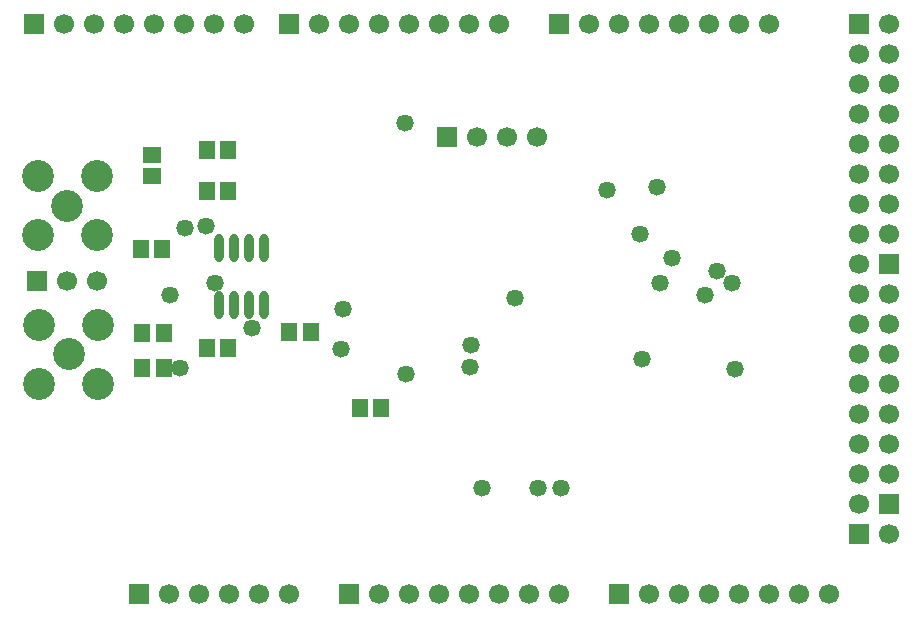
<source format=gbs>
%FSLAX42Y42*%
%MOMM*%
G71*
G01*
G75*
G04 Layer_Color=16711935*
%ADD10O,0.60X2.20*%
%ADD11R,0.65X1.10*%
%ADD12R,1.20X1.40*%
%ADD13R,1.40X1.20*%
%ADD14R,2.00X1.30*%
%ADD15R,2.00X2.00*%
%ADD16R,1.40X1.10*%
%ADD17R,1.10X0.65*%
%ADD18O,0.60X2.30*%
%ADD19C,0.25*%
%ADD20R,1.50X1.50*%
%ADD21C,1.50*%
%ADD22R,1.50X1.50*%
%ADD23C,2.50*%
%ADD24C,1.27*%
%ADD25C,0.25*%
%ADD26C,0.60*%
%ADD27C,0.20*%
%ADD28O,0.80X2.40*%
%ADD29R,0.85X1.30*%
%ADD30R,1.40X1.60*%
%ADD31R,1.60X1.40*%
%ADD32R,2.20X1.50*%
%ADD33R,2.20X2.20*%
%ADD34R,1.60X1.30*%
%ADD35R,1.30X0.85*%
%ADD36O,0.80X2.50*%
%ADD37R,1.70X1.70*%
%ADD38C,1.70*%
%ADD39R,1.70X1.70*%
%ADD40C,2.70*%
%ADD41C,1.47*%
D28*
X3975Y3186D02*
D03*
X4102D02*
D03*
X4229D02*
D03*
X4356D02*
D03*
X3975Y2706D02*
D03*
X4102D02*
D03*
X4229D02*
D03*
X4356D02*
D03*
D30*
X4052Y3670D02*
D03*
X3872D02*
D03*
X5348Y1829D02*
D03*
X5168D02*
D03*
X4751Y2476D02*
D03*
X4571D02*
D03*
X4052Y2337D02*
D03*
X3872D02*
D03*
X3326Y2172D02*
D03*
X3506D02*
D03*
X3326Y2464D02*
D03*
X3506D02*
D03*
X3494Y3175D02*
D03*
X3314D02*
D03*
X3872Y4013D02*
D03*
X4052D02*
D03*
D31*
X3404Y3976D02*
D03*
Y3796D02*
D03*
D37*
X2413Y5080D02*
D03*
X6858D02*
D03*
X5080Y254D02*
D03*
X2438Y2908D02*
D03*
X4572Y5080D02*
D03*
X5906Y4128D02*
D03*
X9398Y5080D02*
D03*
X3302Y254D02*
D03*
X9398Y762D02*
D03*
X7366Y254D02*
D03*
D38*
X2667Y5080D02*
D03*
X2921D02*
D03*
X3175D02*
D03*
X3429D02*
D03*
X3683D02*
D03*
X3937D02*
D03*
X4191D02*
D03*
X7112D02*
D03*
X7366D02*
D03*
X7620D02*
D03*
X7874D02*
D03*
X8128D02*
D03*
X8382D02*
D03*
X8636D02*
D03*
X9398Y3048D02*
D03*
X9652Y3302D02*
D03*
X9398D02*
D03*
X9652Y3556D02*
D03*
X9398D02*
D03*
X9652Y3810D02*
D03*
X9398D02*
D03*
X9652Y4064D02*
D03*
X9398D02*
D03*
X9652Y4318D02*
D03*
X9398D02*
D03*
X9652Y4572D02*
D03*
X9398D02*
D03*
X9652Y4826D02*
D03*
X9398D02*
D03*
X5334Y254D02*
D03*
X5588D02*
D03*
X5842D02*
D03*
X6096D02*
D03*
X6350D02*
D03*
X6604D02*
D03*
X6858D02*
D03*
X2692Y2908D02*
D03*
X2946D02*
D03*
X4826Y5080D02*
D03*
X5080D02*
D03*
X5334D02*
D03*
X5588D02*
D03*
X5842D02*
D03*
X6096D02*
D03*
X6350D02*
D03*
X6668Y4128D02*
D03*
X6414D02*
D03*
X6160D02*
D03*
X9398Y1016D02*
D03*
X9652Y1270D02*
D03*
X9398D02*
D03*
X9652Y1524D02*
D03*
X9398D02*
D03*
X9652Y1778D02*
D03*
X9398D02*
D03*
X9652Y2032D02*
D03*
X9398D02*
D03*
X9652Y2286D02*
D03*
X9398D02*
D03*
X9652Y2540D02*
D03*
X9398D02*
D03*
X9652Y2794D02*
D03*
X9398D02*
D03*
X9652Y5080D02*
D03*
X3556Y254D02*
D03*
X3810D02*
D03*
X4064D02*
D03*
X4318D02*
D03*
X4572D02*
D03*
X9652Y762D02*
D03*
X9144Y254D02*
D03*
X8890D02*
D03*
X8636D02*
D03*
X8382D02*
D03*
X8128D02*
D03*
X7874D02*
D03*
X7620D02*
D03*
D39*
X9652Y3048D02*
D03*
Y1016D02*
D03*
D40*
X2455Y2536D02*
D03*
X2955D02*
D03*
Y2036D02*
D03*
X2455D02*
D03*
X2705Y2286D02*
D03*
X2442Y3793D02*
D03*
X2942D02*
D03*
Y3293D02*
D03*
X2442D02*
D03*
X2692Y3543D02*
D03*
D41*
X7541Y3305D02*
D03*
X8192Y2987D02*
D03*
X8090Y2784D02*
D03*
X7557Y2245D02*
D03*
X6109Y2367D02*
D03*
X4254Y2510D02*
D03*
X3559Y2786D02*
D03*
X3866Y3368D02*
D03*
X3648Y2172D02*
D03*
X5029Y2670D02*
D03*
X6480Y2766D02*
D03*
X6871Y1156D02*
D03*
X6198D02*
D03*
X6101Y2177D02*
D03*
X8344Y2159D02*
D03*
X6680Y1156D02*
D03*
X7262Y3678D02*
D03*
X7709Y2893D02*
D03*
X5560Y2118D02*
D03*
X3688Y3353D02*
D03*
X5550Y4247D02*
D03*
X3942Y2888D02*
D03*
X8318Y2891D02*
D03*
X7683Y3698D02*
D03*
X7811Y3099D02*
D03*
X5009Y2332D02*
D03*
M02*

</source>
